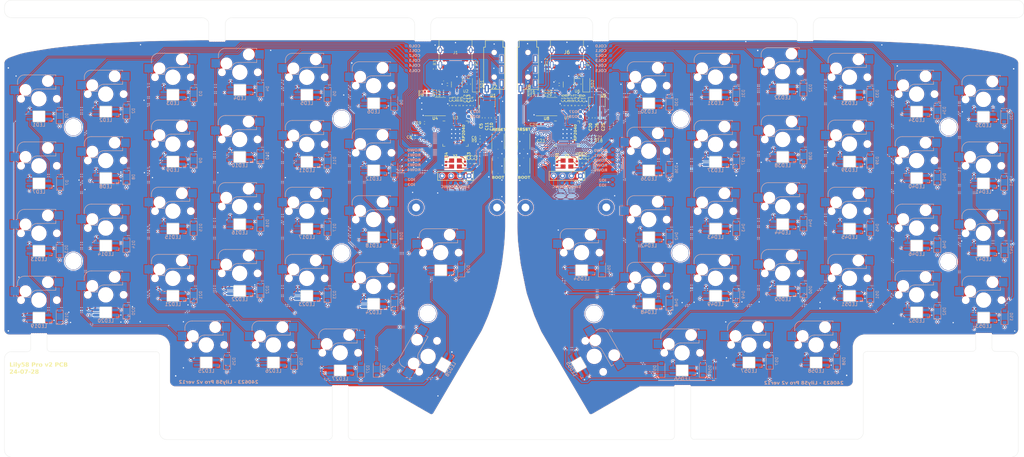
<source format=kicad_pcb>
(kicad_pcb (version 20221018) (generator pcbnew)

  (general
    (thickness 1.6)
  )

  (paper "A3")
  (layers
    (0 "F.Cu" signal)
    (31 "B.Cu" signal)
    (32 "B.Adhes" user "B.Adhesive")
    (33 "F.Adhes" user "F.Adhesive")
    (34 "B.Paste" user)
    (35 "F.Paste" user)
    (36 "B.SilkS" user "B.Silkscreen")
    (37 "F.SilkS" user "F.Silkscreen")
    (38 "B.Mask" user)
    (39 "F.Mask" user)
    (40 "Dwgs.User" user "User.Drawings")
    (41 "Cmts.User" user "User.Comments")
    (42 "Eco1.User" user "User.Eco1")
    (43 "Eco2.User" user "User.Eco2")
    (44 "Edge.Cuts" user)
    (45 "Margin" user)
    (46 "B.CrtYd" user "B.Courtyard")
    (47 "F.CrtYd" user "F.Courtyard")
    (48 "B.Fab" user)
    (49 "F.Fab" user)
  )

  (setup
    (stackup
      (layer "F.SilkS" (type "Top Silk Screen"))
      (layer "F.Paste" (type "Top Solder Paste"))
      (layer "F.Mask" (type "Top Solder Mask") (thickness 0.01))
      (layer "F.Cu" (type "copper") (thickness 0.035))
      (layer "dielectric 1" (type "core") (thickness 1.51) (material "FR4") (epsilon_r 4.5) (loss_tangent 0.02))
      (layer "B.Cu" (type "copper") (thickness 0.035))
      (layer "B.Mask" (type "Bottom Solder Mask") (thickness 0.01))
      (layer "B.Paste" (type "Bottom Solder Paste"))
      (layer "B.SilkS" (type "Bottom Silk Screen"))
      (copper_finish "None")
      (dielectric_constraints no)
    )
    (pad_to_mask_clearance 0.051)
    (solder_mask_min_width 0.25)
    (aux_axis_origin 60 80)
    (pcbplotparams
      (layerselection 0x00010fc_ffffffff)
      (plot_on_all_layers_selection 0x0000000_00000000)
      (disableapertmacros false)
      (usegerberextensions false)
      (usegerberattributes false)
      (usegerberadvancedattributes false)
      (creategerberjobfile false)
      (dashed_line_dash_ratio 12.000000)
      (dashed_line_gap_ratio 3.000000)
      (svgprecision 6)
      (plotframeref false)
      (viasonmask false)
      (mode 1)
      (useauxorigin false)
      (hpglpennumber 1)
      (hpglpenspeed 20)
      (hpglpendiameter 15.000000)
      (dxfpolygonmode true)
      (dxfimperialunits true)
      (dxfusepcbnewfont true)
      (psnegative false)
      (psa4output false)
      (plotreference true)
      (plotvalue true)
      (plotinvisibletext false)
      (sketchpadsonfab false)
      (subtractmaskfromsilk false)
      (outputformat 1)
      (mirror false)
      (drillshape 0)
      (scaleselection 1)
      (outputdirectory "../../../../../Library/CloudStorage/GoogleDrive-yuchi.kbd@gmail.com/マイドライブ/Lily58/Pro_Rev2/gerver_v12_240623/")
    )
  )

  (net 0 "")
  (net 1 "GND")
  (net 2 "GNDA")
  (net 3 "Net-(D1-A)")
  (net 4 "ROW0")
  (net 5 "Net-(D2-A)")
  (net 6 "Net-(D3-A)")
  (net 7 "Net-(D4-A)")
  (net 8 "Net-(D5-A)")
  (net 9 "Net-(D6-A)")
  (net 10 "ROW1")
  (net 11 "Net-(D7-A)")
  (net 12 "Net-(D8-A)")
  (net 13 "Net-(D9-A)")
  (net 14 "Net-(D10-A)")
  (net 15 "Net-(D11-A)")
  (net 16 "Net-(D12-A)")
  (net 17 "ROW2")
  (net 18 "Net-(D13-A)")
  (net 19 "Net-(D14-A)")
  (net 20 "Net-(D15-A)")
  (net 21 "Net-(D16-A)")
  (net 22 "Net-(D17-A)")
  (net 23 "Net-(D18-A)")
  (net 24 "Net-(D19-A)")
  (net 25 "ROW3")
  (net 26 "Net-(D20-A)")
  (net 27 "Net-(D21-A)")
  (net 28 "Net-(D22-A)")
  (net 29 "Net-(D23-A)")
  (net 30 "Net-(D24-A)")
  (net 31 "Net-(D25-A)")
  (net 32 "ROW4")
  (net 33 "Net-(D26-A)")
  (net 34 "Net-(D27-A)")
  (net 35 "Net-(D28-A)")
  (net 36 "Net-(D29-A)")
  (net 37 "Net-(D30-A)")
  (net 38 "Net-(D31-A)")
  (net 39 "Net-(D32-A)")
  (net 40 "Net-(D33-A)")
  (net 41 "Net-(D34-A)")
  (net 42 "ROW1_R")
  (net 43 "Net-(D35-A)")
  (net 44 "Net-(D36-A)")
  (net 45 "Net-(D37-A)")
  (net 46 "Net-(D38-A)")
  (net 47 "Net-(D39-A)")
  (net 48 "Net-(D40-A)")
  (net 49 "ROW2_R")
  (net 50 "Net-(D41-A)")
  (net 51 "Net-(D42-A)")
  (net 52 "Net-(D43-A)")
  (net 53 "Net-(D44-A)")
  (net 54 "Net-(D45-A)")
  (net 55 "Net-(D46-A)")
  (net 56 "ROW3_R")
  (net 57 "Net-(D47-A)")
  (net 58 "Net-(D48-A)")
  (net 59 "Net-(D49-A)")
  (net 60 "Net-(D50-A)")
  (net 61 "Net-(D51-A)")
  (net 62 "Net-(D52-A)")
  (net 63 "ROW4_R")
  (net 64 "Net-(D53-A)")
  (net 65 "Net-(D54-A)")
  (net 66 "Net-(D55-A)")
  (net 67 "Net-(D56-A)")
  (net 68 "Net-(D57-A)")
  (net 69 "VBUS")
  (net 70 "VDC")
  (net 71 "+5V")
  (net 72 "+5VA")
  (net 73 "D+")
  (net 74 "D-")
  (net 75 "COL0")
  (net 76 "COL1")
  (net 77 "COL2")
  (net 78 "COL3")
  (net 79 "COL4")
  (net 80 "COL5")
  (net 81 "COL0_R")
  (net 82 "COL1_R")
  (net 83 "COL2_R")
  (net 84 "COL3_R")
  (net 85 "COL4_R")
  (net 86 "COL5_R")
  (net 87 "USB_BOOT")
  (net 88 "LED")
  (net 89 "Net-(D58-A)")
  (net 90 "SPLIT_HAND_PIN_L")
  (net 91 "SPLIT_HAND_PIN_R")
  (net 92 "Net-(SD1-A)")
  (net 93 "SCL_2")
  (net 94 "SDA_2")
  (net 95 "Net-(SD2-A)")
  (net 96 "unconnected-(H10-Pin_1-Pad1)")
  (net 97 "+1V1")
  (net 98 "+3V3")
  (net 99 "unconnected-(H11-Pin_1-Pad1)")
  (net 100 "+3.3VA")
  (net 101 "ROW0_R")
  (net 102 "unconnected-(H21-Pin_1-Pad1)")
  (net 103 "unconnected-(H22-Pin_1-Pad1)")
  (net 104 "Net-(J1-CC1)")
  (net 105 "unconnected-(J1-SBU1-PadA8)")
  (net 106 "Net-(J1-CC2)")
  (net 107 "unconnected-(J1-SBU2-PadB8)")
  (net 108 "Net-(J6-CC1)")
  (net 109 "unconnected-(J6-SBU1-PadA8)")
  (net 110 "Net-(J6-CC2)")
  (net 111 "unconnected-(J6-SBU2-PadB8)")
  (net 112 "Net-(LED1-DOUT)")
  (net 113 "Net-(LED1-DIN)")
  (net 114 "Net-(LED2-DIN)")
  (net 115 "Net-(LED3-DIN)")
  (net 116 "Net-(LED4-DIN)")
  (net 117 "Net-(LED5-DIN)")
  (net 118 "Net-(LED7-DOUT)")
  (net 119 "Net-(LED8-DOUT)")
  (net 120 "Net-(LED10-DIN)")
  (net 121 "Net-(LED10-DOUT)")
  (net 122 "Net-(LED11-DOUT)")
  (net 123 "Net-(LED12-DOUT)")
  (net 124 "Net-(LED13-DOUT)")
  (net 125 "Net-(LED13-DIN)")
  (net 126 "Net-(LED14-DIN)")
  (net 127 "Net-(LED15-DIN)")
  (net 128 "Net-(LED16-DIN)")
  (net 129 "Net-(LED17-DIN)")
  (net 130 "Net-(LED19-DOUT)")
  (net 131 "Net-(LED20-DOUT)")
  (net 132 "Net-(LED21-DOUT)")
  (net 133 "Net-(LED22-DOUT)")
  (net 134 "Net-(LED23-DOUT)")
  (net 135 "Net-(LED24-DOUT)")
  (net 136 "unconnected-(LED25-DOUT-Pad2)")
  (net 137 "Net-(LED25-DIN)")
  (net 138 "Net-(LED26-DIN)")
  (net 139 "Net-(LED27-DIN)")
  (net 140 "Net-(LED28-DIN)")
  (net 141 "Net-(LED30-DOUT)")
  (net 142 "Net-(LED30-DIN)")
  (net 143 "Net-(LED31-DIN)")
  (net 144 "Net-(LED32-DIN)")
  (net 145 "Net-(LED33-DIN)")
  (net 146 "Net-(LED34-DIN)")
  (net 147 "Net-(LED36-DOUT)")
  (net 148 "Net-(LED37-DOUT)")
  (net 149 "Net-(LED38-DOUT)")
  (net 150 "Net-(LED39-DOUT)")
  (net 151 "Net-(LED40-DOUT)")
  (net 152 "Net-(LED41-DOUT)")
  (net 153 "Net-(LED42-DOUT)")
  (net 154 "Net-(LED42-DIN)")
  (net 155 "Net-(LED43-DIN)")
  (net 156 "Net-(LED44-DIN)")
  (net 157 "Net-(LED45-DIN)")
  (net 158 "Net-(LED46-DIN)")
  (net 159 "Net-(LED48-DOUT)")
  (net 160 "Net-(LED49-DOUT)")
  (net 161 "Net-(LED50-DOUT)")
  (net 162 "Net-(LED51-DOUT)")
  (net 163 "Net-(LED52-DOUT)")
  (net 164 "SWD")
  (net 165 "SWCLK")
  (net 166 "QSPI_SS")
  (net 167 "Reset")
  (net 168 "QSPI_SD3")
  (net 169 "QSPI_SCLK")
  (net 170 "QSPI_SD0")
  (net 171 "QSPI_SD2")
  (net 172 "QSPI_SD1")
  (net 173 "USB_BOOT_R")
  (net 174 "Reset_R")
  (net 175 "RX")
  (net 176 "TX")
  (net 177 "RX_R")
  (net 178 "TX_R")
  (net 179 "D+_R")
  (net 180 "D-_R")
  (net 181 "SWD_R")
  (net 182 "SWCLK_R")
  (net 183 "QSPI_SD3_R")
  (net 184 "QSPI_SCLK_R")
  (net 185 "QSPI_SD0_R")
  (net 186 "QSPI_SD2_R")
  (net 187 "QSPI_SD1_R")
  (net 188 "QSPI_SS_R")
  (net 189 "SDA")
  (net 190 "SCL")
  (net 191 "SCL_R")
  (net 192 "SDA_R")
  (net 193 "Net-(LED53-DOUT)")
  (net 194 "unconnected-(LED54-DOUT-Pad2)")
  (net 195 "Net-(LED54-DIN)")
  (net 196 "Net-(LED55-DIN)")
  (net 197 "Net-(LED56-DIN)")
  (net 198 "Net-(LED57-DIN)")
  (net 199 "Net-(STLED1-A)")
  (net 200 "Net-(U3-USB_DP)")
  (net 201 "Net-(U3-USB_DM)")
  (net 202 "Net-(U3-XOUT)")
  (net 203 "Net-(STLED2-A)")
  (net 204 "Net-(U7-USB_DP)")
  (net 205 "Net-(U7-USB_DM)")
  (net 206 "Net-(U7-XOUT)")
  (net 207 "Net-(R6-Pad1)")
  (net 208 "Net-(R15-Pad1)")
  (net 209 "+1V2")
  (net 210 "IO27")
  (net 211 "IO28")
  (net 212 "IO27_R")
  (net 213 "IO28_R")
  (net 214 "unconnected-(U3-GPIO4-Pad6)")
  (net 215 "Net-(U3-XIN)")
  (net 216 "unconnected-(U3-GPIO16-Pad27)")
  (net 217 "unconnected-(U3-GPIO20-Pad31)")
  (net 218 "unconnected-(U3-GPIO22-Pad34)")
  (net 219 "unconnected-(U3-GPIO23-Pad35)")
  (net 220 "unconnected-(U3-GPIO24-Pad36)")
  (net 221 "unconnected-(U3-GPIO25-Pad37)")
  (net 222 "unconnected-(U3-GPIO26_ADC0-Pad38)")
  (net 223 "unconnected-(U3-GPIO29_ADC3-Pad41)")
  (net 224 "SCL_2_R")
  (net 225 "SDA_2_R")
  (net 226 "unconnected-(U7-GPIO4-Pad6)")
  (net 227 "Net-(U7-XIN)")
  (net 228 "unconnected-(U7-GPIO16-Pad27)")
  (net 229 "unconnected-(U7-GPIO20-Pad31)")
  (net 230 "unconnected-(U7-GPIO22-Pad34)")
  (net 231 "unconnected-(U7-GPIO23-Pad35)")
  (net 232 "unconnected-(U7-GPIO24-Pad36)")
  (net 233 "unconnected-(U7-GPIO25-Pad37)")
  (net 234 "unconnected-(U7-GPIO26_ADC0-Pad38)")
  (net 235 "unconnected-(U7-GPIO29_ADC3-Pad41)")
  (net 236 "Net-(C31-Pad2)")
  (net 237 "Net-(C32-Pad2)")
  (net 238 "Net-(C33-Pad2)")
  (net 239 "Net-(C34-Pad2)")
  (net 240 "LED_R")

  (footprint "yuchi_kbd:MX_Socket" (layer "F.Cu") (at 88.8 125.64))

  (footprint "yuchi_kbd:MX_Socket" (layer "F.Cu") (at 107.9 120.94))

  (footprint "yuchi_kbd:MX_Socket" (layer "F.Cu") (at 69.8 108.09))

  (footprint "yuchi_kbd:MX_Socket" (layer "F.Cu") (at 126.95 100.54))

  (footprint "yuchi_kbd:MX_Socket" (layer "F.Cu") (at 146 101.94))

  (footprint "yuchi_kbd:MX_Socket" (layer "F.Cu") (at 107.9 101.94))

  (footprint "yuchi_kbd:MX_Socket" (layer "F.Cu") (at 126.9 119.64))

  (footprint "yuchi_kbd:MX_Socket" (layer "F.Cu") (at 165 104.34))

  (footprint "yuchi_kbd:MX_Socket" (layer "F.Cu") (at 184.1 151.84))

  (footprint "yuchi_kbd:MX_Socket" (layer "F.Cu") (at 69.8 127.14))

  (footprint "yuchi_kbd:MX_Socket" (layer "F.Cu") (at 146 159.14))

  (footprint "yuchi_kbd:MX_Socket" (layer "F.Cu") (at 69.8 146.34))

  (footprint "yuchi_kbd:MX_Socket" (layer "F.Cu") (at 165 142.44))

  (footprint "yuchi_kbd:MX_Socket" (layer "F.Cu") (at 107.9 159.14))

  (footprint "yuchi_kbd:MX_Socket" (layer "F.Cu") (at 146 140.04))

  (footprint "yuchi_kbd:MX_Socket" (layer "F.Cu") (at 69.8 165.34))

  (footprint "yuchi_kbd:MX_Socket" (layer "F.Cu") (at 126.9 157.74))

  (footprint "yuchi_kbd:MX_Socket" (layer "F.Cu") (at 88.8 144.84))

  (footprint "yuchi_kbd:MX_Socket" (layer "F.Cu") (at 136.5 178.09))

  (footprint "yuchi_kbd:MX_Socket" (layer "F.Cu") (at 126.9 138.74))

  (footprint "yuchi_kbd:MX_Socket" (layer "F.Cu") (at 180.5 181.34 60))

  (footprint "yuchi_kbd:MX_Socket" (layer "F.Cu") (at 88.8 163.84))

  (footprint "yuchi_kbd:MX_Socket" (layer "F.Cu") (at 107.91 140.03))

  (footprint "yuchi_kbd:MX_Socket" (layer "F.Cu") (at 117.4 178.09))

  (footprint "yuchi_kbd:MX_Socket" (layer "F.Cu") (at 155.5 180.34))

  (footprint "yuchi_kbd:MX_Socket" (layer "F.Cu") (at 165 161.44))

  (footprint "yuchi_kbd:MX_Socket" (layer "F.Cu") (at 146 121.04))

  (footprint "yuchi_kbd:MX_Socket" (layer "F.Cu") (at 165 123.44))

  (footprint "Resistor_SMD:R_0402_1005Metric" (layer "F.Cu")
    (tstamp 00000000-0000-0000-0000-00005f7ba52b)
    (at 182.4 99.6 90)
    (descr "Resistor SMD 0402 (1005 Metric), square (rectangular) end terminal, IPC_7351 nominal, (Body size source: IPC-SM-782 page 72, https://www.pcb-3d.com/wordpress/wp-content/uploads/ipc-sm-782a_amendment_1_and_2.pdf), generated with kicad-footprint-generator")
    (tags "resistor")
    (property "Sheetfile" "Pro_V2.kicad_sch")
    (property "Sheetname" "")
    (property "ki_description" "Resistor, small symbol")
    (property "ki_keywords" "R resistor")
    (path "/7b086703-ca3f-415b-97a1-fb284f3eae4c")
    (attr smd)
    (fp_text reference "R3" (at 1.8 0.03 90) (layer "F.SilkS")
        (effects (font (face "Inter Semi Bold") (size 0.8 0.8) (thickness 0.1)))
      (tstamp b9c5d0fb-2df9-4d45-bb37-50585ec3c739)
      (render_cache "R3" 90
        (polygon
          (pts
            (xy 182.762 98.448512)            (xy 182.762 98.30099)            (xy 182.463828 98.30099)            (xy 182.463828 98.150732)
            (xy 182.762 97.990899)            (xy 182.762 97.826182)            (xy 182.439208 98.002427)            (xy 182.435472 97.993567)
            (xy 182.431484 97.984974)            (xy 182.427246 97.976649)            (xy 182.422761 97.968594)            (xy 182.418031 97.960809)
            (xy 182.413061 97.953296)            (xy 182.407852 97.946054)            (xy 182.402407 97.939086)            (xy 182.396729 97.932392)
            (xy 182.390821 97.925972)            (xy 182.384685 97.919828)            (xy 182.378325 97.913961)            (xy 182.371743 97.908371)
            (xy 182.364942 97.903059)            (xy 182.357925 97.898027)            (xy 182.350695 97.893275)            (xy 182.343253 97.888804)
            (xy 182.335604 97.884615)            (xy 182.32775 97.880709)            (xy 182.319693 97.877087)            (xy 182.311437 97.873749)
            (xy 182.302984 97.870697)            (xy 182.294338 97.867931)            (xy 182.2855 97.865453)            (xy 182.276474 97.863263)
            (xy 182.267262 97.861362)            (xy 182.257868 97.859751)            (xy 182.248293 97.858431)            (xy 182.238542 97.857402)
            (xy 182.228616 97.856667)            (xy 182.218518 97.856225)            (xy 182.208252 97.856077)            (xy 182.19382 97.85637)
            (xy 182.179694 97.857248)            (xy 182.165883 97.858709)            (xy 182.152397 97.860749)            (xy 182.139247 97.863366)
            (xy 182.126442 97.866559)            (xy 182.113993 97.870323)            (xy 182.101909 97.874658)            (xy 182.090201 97.879559)
            (xy 182.078878 97.885026)            (xy 182.067951 97.891055)            (xy 182.057429 97.897643)            (xy 182.047323 97.904789)
            (xy 182.037643 97.91249)            (xy 182.028398 97.920743)            (xy 182.019599 97.929545)            (xy 182.011256 97.938895)
            (xy 182.003378 97.94879)            (xy 181.995976 97.959227)            (xy 181.989059 97.970203)            (xy 181.982639 97.981717)
            (xy 181.976724 97.993766)            (xy 181.971325 98.006347)            (xy 181.966452 98.019457)            (xy 181.962114 98.033095)
            (xy 181.958323 98.047257)            (xy 181.955087 98.061942)            (xy 181.952417 98.077147)            (xy 181.950323 98.092868)
            (xy 181.948815 98.109104)            (xy 181.947902 98.125853)            (xy 181.947596 98.143111)            (xy 181.947596 98.448512)
          )
            (pts
              (xy 182.341316 98.30099)              (xy 182.07089 98.30099)              (xy 182.07089 98.165777)              (xy 182.071038 98.155641)
              (xy 182.071479 98.145858)              (xy 182.072212 98.136425)              (xy 182.073234 98.127342)              (xy 182.074541 98.118605)
              (xy 182.076132 98.110213)              (xy 182.078003 98.102164)              (xy 182.080153 98.094455)              (xy 182.085275 98.080051)
              (xy 182.091477 98.066986)              (xy 182.098739 98.055242)              (xy 182.107038 98.044803)              (xy 182.116354 98.035654)
              (xy 182.126665 98.027778)              (xy 182.137951 98.021158)              (xy 182.150189 98.015778)              (xy 182.16336 98.011622)
              (xy 182.177442 98.008674)              (xy 182.192413 98.006917)              (xy 182.200225 98.00648)              (xy 182.208252 98.006335)
              (xy 182.21625 98.00648)              (xy 182.231536 98.007647)              (xy 182.245869 98.009995)              (xy 182.259239 98.01354)
              (xy 182.271638 98.018297)              (xy 182.283055 98.02428)              (xy 182.293482 98.031506)              (xy 182.302909 98.039988)
              (xy 182.311325 98.049743)              (xy 182.318723 98.060786)              (xy 182.325092 98.073131)              (xy 182.330423 98.086795)
              (xy 182.334707 98.101791)              (xy 182.336453 98.109794)              (xy 182.337934 98.118136)              (xy 182.339148 98.126818)
              (xy 182.340095 98.135844)              (xy 182.340772 98.145214)              (xy 182.34118 98.15493)              (xy 182.341316 98.164995)
            )
        )
        (polygon
          (pts
            (xy 182.773137 97.435784)            (xy 182.772847 97.419603)            (xy 182.771984 97.403714)            (xy 182.77056 97.388132)
            (xy 182.768586 97.37287)            (xy 182.766073 97.357944)            (xy 182.763033 97.343369)            (xy 182.759476 97.329158)
            (xy 182.755414 97.315326)            (xy 182.750859 97.301889)            (xy 182.745821 97.288861)            (xy 182.740312 97.276256)
            (xy 182.734342 97.264088)            (xy 182.727925 97.252374)            (xy 182.72107 97.241127)            (xy 182.713788 97.230362)
            (xy 182.706092 97.220093)            (xy 182.697993 97.210336)            (xy 182.689501 97.201104)            (xy 182.680628 97.192413)
            (xy 182.671385 97.184277)            (xy 182.661784 97.17671)            (xy 182.651835 97.169728)            (xy 182.641551 97.163345)
            (xy 182.630942 97.157576)            (xy 182.620019 97.152435)            (xy 182.608795 97.147937)            (xy 182.597279 97.144096)
            (xy 182.585484 97.140927)            (xy 182.573421 97.138446)            (xy 182.5611 97.136665)            (xy 182.548534 97.135601)
            (xy 182.535733 97.135268)            (xy 182.526274 97.135418)            (xy 182.516989 97.13594)            (xy 182.507882 97.136831)
            (xy 182.498959 97.13809)            (xy 182.490225 97.139713)            (xy 182.481685 97.141699)            (xy 182.473344 97.144044)
            (xy 182.465208 97.146747)            (xy 182.457281 97.149805)            (xy 182.449569 97.153215)            (xy 182.442076 97.156975)
            (xy 182.434809 97.161082)            (xy 182.427771 97.165535)            (xy 182.420969 97.170331)            (xy 182.414408 97.175467)
            (xy 182.408092 97.180941)            (xy 182.402026 97.18675)            (xy 182.396217 97.192893)            (xy 182.390668 97.199366)
            (xy 182.385386 97.206167)            (xy 182.380375 97.213293)            (xy 182.375641 97.220744)            (xy 182.371188 97.228514)
            (xy 182.367022 97.236604)            (xy 182.363148 97.245009)            (xy 182.359571 97.253728)            (xy 182.356297 97.262758)
            (xy 182.353329 97.272097)            (xy 182.350675 97.281742)            (xy 182.348338 97.291691)            (xy 182.346323 97.301941)
            (xy 182.344637 97.31249)            (xy 182.338189 97.31249)            (xy 182.336259 97.304314)            (xy 182.334061 97.296311)
            (xy 182.331599 97.288489)            (xy 182.328877 97.280851)            (xy 182.325898 97.273405)            (xy 182.322667 97.266155)
            (xy 182.319186 97.259108)            (xy 182.311491 97.245644)            (xy 182.302844 97.233057)            (xy 182.293273 97.221395)
            (xy 182.282809 97.210701)            (xy 182.27148 97.201022)            (xy 182.259317 97.192402)            (xy 182.246348 97.184889)
            (xy 182.232604 97.178526)            (xy 182.218113 97.17336)            (xy 182.202905 97.169436)            (xy 182.195042 97.167954)
            (xy 182.18701 97.166799)            (xy 182.178814 97.165978)            (xy 182.170458 97.165496)            (xy 182.161944 97.165358)
            (xy 182.150381 97.165631)            (xy 182.138967 97.166518)            (xy 182.127715 97.16801)            (xy 182.11664 97.170097)
            (xy 182.105757 97.172771)            (xy 182.095079 97.176022)            (xy 182.084621 97.179841)            (xy 182.074398 97.18422)
            (xy 182.064423 97.189149)            (xy 182.054712 97.194618)            (xy 182.045278 97.20062)            (xy 182.036135 97.207144)
            (xy 182.027299 97.214183)            (xy 182.018783 97.221726)            (xy 182.010602 97.229764)            (xy 182.002771 97.238289)
            (xy 181.995302 97.247292)            (xy 181.988212 97.256762)            (xy 181.981514 97.266692)            (xy 181.975222 97.277073)
            (xy 181.969351 97.287894)            (xy 181.963916 97.299147)            (xy 181.95893 97.310823)            (xy 181.954407 97.322913)
            (xy 181.950364 97.335408)            (xy 181.946813 97.348298)            (xy 181.943768 97.361575)            (xy 181.941245 97.375229)
            (xy 181.939258 97.389252)            (xy 181.937821 97.403634)            (xy 181.936948 97.418366)            (xy 181.936654 97.433439)
            (xy 181.936928 97.44817)            (xy 181.937745 97.462675)            (xy 181.939095 97.476941)            (xy 181.940967 97.490951)
            (xy 181.943354 97.50469)            (xy 181.946245 97.518143)            (xy 181.94963 97.531295)            (xy 181.953501 97.54413)
            (xy 181.957847 97.556633)            (xy 181.96266 97.568789)            (xy 181.967929 97.580582)            (xy 181.973645 97.591997)
            (xy 181.979799 97.603019)            (xy 181.986382 97.613632)            (xy 181.993382 97.623822)            (xy 182.000792 97.633572)
            (xy 182.008602 97.642867)            (xy 182.016801 97.651693)            (xy 182.025381 97.660034)            (xy 182.034332 97.667874)
            (xy 182.043645 97.675199)            (xy 182.053309 97.681992)            (xy 182.063316 97.688239)            (xy 182.073656 97.693924)
            (xy 182.084319 97.699032)            (xy 182.095297 97.703548)            (xy 182.106578 97.707457)            (xy 182.118155 97.710742)
            (xy 182.130017 97.713389)            (xy 182.142154 97.715382)            (xy 182.154558 97.716707)            (xy 182.167219 97.717347)
            (xy 182.167219 97.575491)            (xy 182.154703 97.574312)            (xy 182.142816 97.571777)            (xy 182.131582 97.567957)
            (xy 182.121027 97.562925)            (xy 182.111175 97.556752)            (xy 182.10205 97.549511)            (xy 182.093678 97.541274)
            (xy 182.086082 97.532113)            (xy 182.079288 97.522101)            (xy 182.073319 97.511308)            (xy 182.068202 97.499809)
            (xy 182.06396 97.487673)            (xy 182.060617 97.474975)            (xy 182.058199 97.461785)            (xy 182.05673 97.448176)
            (xy 182.056235 97.434221)            (xy 182.05677 97.420275)            (xy 182.05835 97.406967)            (xy 182.060942 97.394332)
            (xy 182.064509 97.382408)            (xy 182.069018 97.371231)            (xy 182.074432 97.360839)            (xy 182.080718 97.351269)
            (xy 182.08784 97.342556)            (xy 182.095764 97.33474)            (xy 182.104454 97.327855)            (xy 182.113876 97.321939)
            (xy 182.123994 97.31703)            (xy 182.134775 97.313164)            (xy 182.146182 97.310377)            (xy 182.158181 97.308707)
            (xy 182.170736 97.308191)            (xy 182.183821 97.308804)            (xy 182.196309 97.310754)            (xy 182.208165 97.313994)
            (xy 182.219356 97.318474)            (xy 182.229847 97.324145)            (xy 182.239605 97.330956)            (xy 182.248595 97.338861)
            (xy 182.256783 97.347808)            (xy 182.264136 97.357749)            (xy 182.270618 97.368634)            (xy 182.276197 97.380415)
            (xy 182.280838 97.393041)            (xy 182.284507 97.406465)            (xy 182.28717 97.420636)            (xy 182.288792 97.435506)
            (xy 182.289341 97.451025)            (xy 182.289341 97.52293)            (xy 182.40306 97.52293)            (xy 182.40306 97.451025)
            (xy 182.40321 97.441476)            (xy 182.403658 97.432178)            (xy 182.404396 97.423132)            (xy 182.405421 97.414344)
            (xy 182.406726 97.405816)            (xy 182.408306 97.397552)            (xy 182.410157 97.389556)            (xy 182.412271 97.381831)
            (xy 182.414645 97.37438)            (xy 182.420148 97.360318)            (xy 182.426622 97.347398)            (xy 182.434025 97.335649)
            (xy 182.442312 97.325099)            (xy 182.451441 97.315777)            (xy 182.461368 97.307711)            (xy 182.47205 97.30093)
            (xy 182.483445 97.295464)            (xy 182.495508 97.291339)            (xy 182.508197 97.288586)            (xy 182.521468 97.287232)
            (xy 182.528308 97.287089)            (xy 182.54152 97.287744)            (xy 182.554166 97.289816)            (xy 182.566207 97.293251)
            (xy 182.577602 97.297991)            (xy 182.588313 97.30398)            (xy 182.5983 97.311162)            (xy 182.607522 97.319481)
            (xy 182.615942 97.328879)            (xy 182.623519 97.3393)            (xy 182.630214 97.350689)            (xy 182.635988 97.362989)
            (xy 182.6408 97.376143)            (xy 182.644612 97.390095)            (xy 182.647383 97.404788)            (xy 182.649075 97.420167)
            (xy 182.649504 97.428096)            (xy 182.649648 97.436175)            (xy 182.649153 97.45133)            (xy 182.647688 97.465981)
            (xy 182.645279 97.48007)            (xy 182.641954 97.493535)            (xy 182.637741 97.506318)            (xy 182.632667 97.518359)
            (xy 182.626759 97.529599)            (xy 182.620046 97.539978)            (xy 182.612553 97.549436)            (xy 182.60431 97.557914)
            (xy 182.595343 97.565353)            (xy 182.585681 97.571693)            (xy 182.575349 97.576874)            (xy 182.564377 97.580837)
            (xy 182.55279 97.583522)            (xy 182.540618 97.58487)            (xy 182.540618 97.734542)            (xy 182.553387 97.733811)
            (xy 182.565898 97.732397)            (xy 182.57814 97.730313)            (xy 182.590103 97.727571)            (xy 182.601778 97.724184)
            (xy 182.613156 97.720165)            (xy 182.624227 97.715527)            (xy 182.634981 97.710282)            (xy 182.645409 97.704444)
            (xy 182.655501 97.698025)            (xy 182.665247 97.691038)            (xy 182.674638 97.683496)            (xy 182.683665 97.675411)
            (xy 182.692318 97.666797)            (xy 182.700586 97.657666)            (xy 182.708461 97.648031)            (xy 182.715934 97.637905)
            (xy 182.722993 97.6273)            (xy 182.729631 97.61623)            (xy 182.735837 97.604708)            (xy 182.741601 97.592745)
            (xy 182.746914 97.580355)            (xy 182.751767 97.567551)            (xy 182.75615 97.554345)            (xy 182.760053 97.540751)
            (xy 182.763467 97.526781)            (xy 182.766382 97.512448)            (xy 182.768788 97.497764)            (xy 182.770676 97.482743)
            (xy 182.772037 97.467398)            (xy 182.77286 97.45174)
          )
        )
      )
    )
    (fp_text value "5.1k" (at 0 1.17 90) (layer "F.Fab")
        (effects (font (face "Inter Semi Bold") (size 0.8 0.8) (thickness 0.1)))
      (tstamp b062abfe-043c-4a4e-ad2b-1c0c293e7c41)
      (render_cache "5.1k" 90
        (polygon
          (pts
            (xy 183.913137 100.285246)            (xy 183.912797 100.269262)            (xy 183.911785 100.253595)            (xy 183.910115 100.238258)
            (xy 183.9078 100.223262)            (xy 183.904853 100.208621)            (xy 183.901287 100.194347)            (xy 183.897116 100.180453)
            (xy 183.892352 100.16695)            (xy 183.887009 100.153852)            (xy 183.881099 100.141171)            (xy 183.874637 100.128919)
            (xy 183.867635 100.117109)            (xy 183.860106 100.105754)            (xy 183.852063 100.094865)            (xy 183.843521 100.084456)
            (xy 183.834491 100.074538)            (xy 183.824987 100.065125)            (xy 183.815022 100.056228)            (xy 183.80461 100.047861)
            (xy 183.793763 100.040036)            (xy 183.782495 100.032765)            (xy 183.770819 100.026061)            (xy 183.758748 100.019936)
            (xy 183.746295 100.014402)            (xy 183.733473 100.009473)            (xy 183.720296 100.005161)            (xy 183.706776 100.001478)
            (xy 183.692928 99.998436)            (xy 183.678763 99.996049)            (xy 183.664295 99.994328)            (xy 183.649538 99.993286)
            (xy 183.634505 99.992936)            (xy 183.619944 99.993254)            (xy 183.605652 99.994197)            (xy 183.591642 99.995753)
            (xy 183.577927 99.99791)            (xy 183.564518 100.000654)            (xy 183.55143 100.003973)            (xy 183.538673 100.007854)
            (xy 183.526262 100.012284)            (xy 183.514209 100.017249)            (xy 183.502526 100.022738)            (xy 183.491227 100.028737)
            (xy 183.480323 100.035234)            (xy 183.469827 100.042216)            (xy 183.459753 100.049669)            (xy 183.450112 100.057582)
            (xy 183.440918 100.065941)            (xy 183.432183 100.074733)            (xy 183.423919 100.083945)            (xy 183.416141 100.093565)
            (xy 183.408859 100.10358)            (xy 183.402087 100.113977)            (xy 183.395837 100.124743)            (xy 183.390122 100.135866)
            (xy 183.384956 100.147332)            (xy 183.380349 100.159128)            (xy 183.376316 100.171242)            (xy 183.372869 100.183661)
            (xy 183.370019 100.196372)            (xy 183.367781 100.209362)            (xy 183.366167 100.222619)            (xy 183.365189 100.236129)
            (xy 183.364861 100.24988)            (xy 183.365163 100.262169)            (xy 183.366056 100.274249)            (xy 183.367513 100.28609)
            (xy 183.36951 100.297663)            (xy 183.372025 100.308937)            (xy 183.375031 100.319882)            (xy 183.378505 100.330468)
            (xy 183.382422 100.340665)            (xy 183.386758 100.350443)            (xy 183.391489 100.359772)            (xy 183.39659 100.368622)
            (xy 183.402037 100.376963)            (xy 183.407806 100.384764)            (xy 183.413873 100.391996)            (xy 183.420212 100.398629)
            (xy 183.426801 100.404632)            (xy 183.426801 100.409322)            (xy 183.21089 100.385874)            (xy 183.21089 100.035532)
            (xy 183.087596 100.035532)            (xy 183.087596 100.507996)            (xy 183.507694 100.550592)            (xy 183.529578 100.417333)
            (xy 183.521332 100.408972)            (xy 183.516152 100.40276)            (xy 183.511246 100.396081)            (xy 183.506628 100.388975)
            (xy 183.502315 100.381481)            (xy 183.498321 100.373638)            (xy 183.494664 100.365484)            (xy 183.491358 100.35706)
            (xy 183.48842 100.348403)            (xy 183.485864 100.339552)            (xy 183.483708 100.330547)            (xy 183.481966 100.321426)
            (xy 183.480654 100.312228)            (xy 183.479789 100.302993)            (xy 183.479385 100.293759)            (xy 183.479362 100.289154)
            (xy 183.479589 100.280857)            (xy 183.480195 100.272712)            (xy 183.48117 100.264727)            (xy 183.482509 100.25691)
            (xy 183.484203 100.249267)            (xy 183.48863 100.234536)            (xy 183.494393 100.220591)            (xy 183.501435 100.207492)
            (xy 183.509697 100.195298)            (xy 183.519123 100.184066)            (xy 183.529653 100.173856)            (xy 183.541231 100.164726)
            (xy 183.553798 100.156736)            (xy 183.567297 100.149943)            (xy 183.58167 100.144406)            (xy 183.589166 100.142128)
            (xy 183.596859 100.140185)            (xy 183.604741 100.138586)            (xy 183.612806 100.137337)            (xy 183.621046 100.136447)
            (xy 183.629454 100.135922)            (xy 183.638022 100.13577)            (xy 183.64648 100.135917)            (xy 183.654778 100.136427)
            (xy 183.662908 100.137292)            (xy 183.670864 100.138506)            (xy 183.678638 100.140061)            (xy 183.686223 100.141951)
            (xy 183.700798 100.146706)            (xy 183.714533 100.152713)            (xy 183.727371 100.159915)            (xy 183.739255 100.168257)
            (xy 183.750129 100.177682)            (xy 183.759936 100.188132)            (xy 183.768619 100.199551)            (xy 183.776122 100.211883)
            (xy 183.782388 100.225071)            (xy 183.78736 100.239058)            (xy 183.790981 100.253787)            (xy 183.793196 100.269202)
            (xy 183.793758 100.277149)            (xy 183.793946 100.285246)            (xy 183.793408 100.298879)            (xy 183.791818 100.312115)
            (xy 183.789214 100.324896)            (xy 183.785636 100.337163)            (xy 183.781121 100.348859)            (xy 183.775708 100.359926)
            (xy 183.769436 100.370306)            (xy 183.762341 100.379939)            (xy 183.754464 100.388769)            (xy 183.745842 100.396737)
            (xy 183.736514 100.403786)            (xy 183.726517 100.409856)            (xy 183.715891 100.41489)            (xy 183.704673 100.41883)
            (xy 183.692903 100.421618)            (xy 183.680618 100.423195)            (xy 183.680618 100.566419)            (xy 183.693181 100.56572)
            (xy 183.705511 100.564364)            (xy 183.717598 100.562366)            (xy 183.72943 100.559739)            (xy 183.740996 100.556495)
            (xy 183.752286 100.552649)            (xy 183.763288 100.548214)            (xy 183.773992 100.543203)            (xy 183.784387 100.537631)
            (xy 183.794462 100.531509)            (xy 183.804206 100.524852)            (xy 183.813608 100.517674)            (xy 183.822658 100.509987)
            (xy 183.831344 100.501805)            (xy 183.839656 100.493142)            (xy 183.847582 100.484011)            (xy 183.855113 100.474426)
            (xy 183.862236 100.464399)            (xy 183.868942 100.453945)            (xy 183.875218 100.443076)            (xy 183.881055 100.431807)
            (xy 183.886442 100.42015)            (xy 183.891367 100.40812)            (xy 183.89582 100.39573)            (xy 183.89979 100.382992)
            (xy 183.903266 100.369921)            (xy 183.906237 100.35653)            (xy 183.908692 100.342833)            (xy 183.91062 100.328842)
            (xy 183.912011 100.314572)            (xy 183.912854 100.300035)
          )
        )
        (polygon
          (pts
            (xy 183.910792 99.797347)            (xy 183.910344 99.78864)            (xy 183.909027 99.780138)            (xy 183.906884 99.771888)
            (xy 183.90396 99.76394)            (xy 183.900295 99.756343)            (xy 183.895934 99.749145)            (xy 183.890919 99.742394)
            (xy 183.885293 99.73614)            (xy 183.8791 99.73043)            (xy 183.872381 99.725314)            (xy 183.865181 99.720841)
            (xy 183.857541 99.717058)            (xy 183.849506 99.714015)            (xy 183.841117 99.71176)            (xy 183.832417 99.710342)
            (xy 183.823451 99.70981)            (xy 183.814588 99.710342)            (xy 183.805979 99.71176)            (xy 183.797668 99.714015)
            (xy 183.7897 99.717058)            (xy 183.782117 99.720841)            (xy 183.774964 99.725314)            (xy 183.768284 99.73043)
            (xy 183.762122 99.73614)            (xy 183.75652 99.742394)            (xy 183.751523 99.749145)            (xy 183.747175 99.756343)
            (xy 183.743519 99.76394)            (xy 183.7406 99.771888)            (xy 183.73846 99.780138)            (xy 183.737144 99.78864)
            (xy 183.736696 99.797347)            (xy 183.737144 99.80632)            (xy 183.73846 99.815037)            (xy 183.7406 99.823453)
            (xy 183.743519 99.831522)            (xy 183.747175 99.839201)            (xy 183.751523 99.846442)            (xy 183.75652 99.853201)
            (xy 183.762122 99.859433)            (xy 183.768284 99.865093)            (xy 183.774964 99.870135)            (xy 183.782117 99.874514)
            (xy 183.7897 99.878185)            (xy 183.797668 99.881103)            (xy 183.805979 99.883222)            (xy 183.814588 99.884497)
            (xy 183.823451 99.884883)            (xy 183.832417 99.884497)            (xy 183.841117 99.883222)            (xy 183.849506 99.881103)
            (xy 183.857541 99.878185)            (xy 183.865181 99.874514)            (xy 183.872381 99.870135)            (xy 183.8791 99.865093)
            (xy 183.885293 99.859433)            (xy 183.890919 99.853201)            (xy 183.895934 99.846442)            (xy 183.900295 99.839201)
            (xy 183.90396 99.831522)            (xy 183.906884 99.823453)            (xy 183.909027 99.815037)            (xy 183.910344 99.80632)
          )
        )
        (polygon
          (pts
            (xy 183.087596 99.331331)            (xy 183.087596 99.471625)            (xy 183.217729 99.674053)            (xy 183.352942 99.674053)
            (xy 183.231211 99.483544)            (xy 183.231211 99.478854)            (xy 183.902 99.478854)            (xy 183.902 99.331331)
          )
        )
        (polygon
          (pts
            (xy 183.902 99.122455)            (xy 183.902 98.978449)            (xy 183.696836 98.978449)            (xy 183.640757 98.926084)
            (xy 183.902 98.739091)            (xy 183.902 98.566949)            (xy 183.554979 98.817444)            (xy 183.291197 98.580822)
            (xy 183.291197 98.749056)            (xy 183.536612 98.968484)            (xy 183.536612 98.978449)            (xy 183.087596 98.978449)
            (xy 183.087596 99.122455)
          )
        )
      )
    )
    (fp_text user "${REFERENCE}" (at 0 0 90) (layer "F.Fab")
        (effects (font (face "Inter Semi Bold") (size 0.26 0.26) (thickness 0.04)))
      (tstamp 589f7efb-4f53-4b6c-8662-bbcfff228bea)
      (render_cache "R3" 90
        (polygon
          (pts
            (xy 182.5079 99.810766)            (xy 182.5079 99.762821)            (xy 182.410994 99.762821)            (xy 182.410994 99.713987)
            (xy 182.5079 99.662041)            (xy 182.5079 99.608508)            (xy 182.402992 99.665788)            (xy 182.401778 99.662908)
            (xy 182.400482 99.660116)            (xy 182.399105 99.65741)            (xy 182.397647 99.654792)            (xy 182.39611 99.652262)
            (xy 182.394494 99.64982)            (xy 182.392801 99.647467)            (xy 182.391032 99.645202)            (xy 182.389187 99.643026)
            (xy 182.387266 99.64094)            (xy 182.385272 99.638943)            (xy 182.383205 99.637036)            (xy 182.381066 99.63522)
            (xy 182.378856 99.633493)            (xy 182.376575 99.631858)            (xy 182.374225 99.630314)            (xy 182.371807 99.628861)
            (xy 182.369321 99.627499)            (xy 182.366768 99.62623)            (xy 182.36415 99.625052)            (xy 182.361467 99.623968)
            (xy 182.35872 99.622976)            (xy 182.355909 99.622077)            (xy 182.353037 99.621271)            (xy 182.350104 99.62056)
            (xy 182.34711 99.619942)            (xy 182.344057 99.619418)            (xy 182.340945 99.618989)            (xy 182.337776 99.618655)
            (xy 182.33455 99.618416)            (xy 182.331268 99.618272)            (xy 182.327932 99.618224)            (xy 182.323241 99.618319)
            (xy 182.31865 99.618605)            (xy 182.314161 99.619079)            (xy 182.309779 99.619743)            (xy 182.305505 99.620593)
            (xy 182.301343 99.621631)            (xy 182.297297 99.622854)            (xy 182.29337 99.624263)            (xy 182.289565 99.625856)
            (xy 182.285885 99.627633)            (xy 182.282334 99.629592)            (xy 182.278914 99.631733)            (xy 182.27563 99.634056)
            (xy 182.272484 99.636558)            (xy 182.269479 99.639241)            (xy 182.266619 99.642101)            (xy 182.263908 99.64514)
            (xy 182.261347 99.648356)            (xy 182.258942 99.651748)            (xy 182.256694 99.655315)            (xy 182.254607 99.659057)
            (xy 182.252685 99.662973)            (xy 182.25093 99.667062)            (xy 182.249346 99.671323)            (xy 182.247937 99.675755)
            (xy 182.246705 99.680358)            (xy 182.245653 99.68513)            (xy 182.244785 99.690072)            (xy 182.244105 99.695181)
            (xy 182.243614 99.700458)            (xy 182.243318 99.705901)            (xy 182.243218 99.71151)            (xy 182.243218 99.810766)
          )
            (pts
              (xy 182.371177 99.762821)              (xy 182.283289 99.762821)              (xy 182.283289 99.718877)              (xy 182.283337 99.715582)
              (xy 182.28348 99.712403)              (xy 182.283719 99.709337)              (xy 182.284051 99.706385)              (xy 182.284476 99.703546)
              (xy 182.284993 99.700818)              (xy 182.285601 99.698202)              (xy 182.286299 99.695697)              (xy 182.287964 99.691016)
              (xy 182.28998 99.68677)              (xy 182.29234 99.682953)              (xy 182.295037 99.67956)              (xy 182.298065 99.676587)
              (xy 182.301416 99.674027)              (xy 182.305084 99.671875)              (xy 182.309061 99.670127)              (xy 182.313342 99.668776)
              (xy 182.317918 99.667818)              (xy 182.322784 99.667247)              (xy 182.325323 99.667105)              (xy 182.327932 99.667058)
              (xy 182.330531 99.667105)              (xy 182.335499 99.667484)              (xy 182.340157 99.668248)              (xy 182.344502 99.6694)
              (xy 182.348532 99.670946)              (xy 182.352243 99.67289)              (xy 182.355631 99.675238)              (xy 182.358695 99.677995)
              (xy 182.36143 99.681166)              (xy 182.363835 99.684755)              (xy 182.365905 99.688767)              (xy 182.367637 99.693207)
              (xy 182.36903 99.698081)              (xy 182.369597 99.700682)              (xy 182.370078 99.703393)              (xy 182.370473 99.706215)
              (xy 182.37078 99.709148)              (xy 182.371001 99.712194)              (xy 182.371133 99.715352)              (xy 182.371177 99.718623)
            )
        )
        (polygon
          (pts
            (xy 182.511519 99.481629)            (xy 182.511425 99.47637)            (xy 182.511145 99.471206)            (xy 182.510682 99.466142)
            (xy 182.51004 99.461182)            (xy 182.509223 99.456331)            (xy 182.508235 99.451594)            (xy 182.507079 99.446975)
            (xy 182.505759 99.44248)            (xy 182.504279 99.438113)            (xy 182.502641 99.433879)            (xy 182.500851 99.429782)
            (xy 182.498911 99.425828)            (xy 182.496825 99.422021)            (xy 182.494597 99.418365)            (xy 182.492231 99.414867)
            (xy 182.48973 99.411529)            (xy 182.487097 99.408358)            (xy 182.484337 99.405358)            (xy 182.481454 99.402533)
            (xy 182.47845 99.399889)            (xy 182.475329 99.39743)            (xy 182.472096 99.395161)            (xy 182.468754 99.393086)
            (xy 182.465306 99.391211)            (xy 182.461756 99.389541)            (xy 182.458108 99.388079)            (xy 182.454365 99.38683)
            (xy 182.450532 99.385801)            (xy 182.446611 99.384994)            (xy 182.442607 99.384415)            (xy 182.438523 99.38407)
            (xy 182.434363 99.383961)            (xy 182.431289 99.38401)            (xy 182.428271 99.38418)            (xy 182.425311 99.384469)
            (xy 182.422411 99.384878)            (xy 182.419573 99.385406)            (xy 182.416797 99.386051)            (xy 182.414087 99.386814)
            (xy 182.411442 99.387692)            (xy 182.408866 99.388686)            (xy 182.406359 99.389794)            (xy 182.403924 99.391016)
            (xy 182.401562 99.392351)            (xy 182.399275 99.393798)            (xy 182.397065 99.395357)            (xy 182.394932 99.397026)
            (xy 182.392879 99.398805)            (xy 182.390908 99.400693)            (xy 182.38902 99.402689)            (xy 182.387217 99.404793)
            (xy 182.3855 99.407003)            (xy 182.383872 99.40932)            (xy 182.382333 99.411741)            (xy 182.380886 99.414266)
            (xy 182.379532 99.416895)            (xy 182.378273 99.419627)            (xy 182.37711 99.422461)            (xy 182.376046 99.425396)
            (xy 182.375082 99.428431)            (xy 182.374219 99.431565)            (xy 182.373459 99.434799)            (xy 182.372805 99.43813)
            (xy 182.372257 99.441558)            (xy 182.370161 99.441558)            (xy 182.369534 99.438901)            (xy 182.36882 99.4363)
            (xy 182.368019 99.433758)            (xy 182.367135 99.431276)            (xy 182.366167 99.428856)            (xy 182.365116 99.4265)
            (xy 182.363985 99.424209)            (xy 182.361484 99.419833)            (xy 182.358674 99.415743)            (xy 182.355563 99.411952)
            (xy 182.352163 99.408477)            (xy 182.348481 99.405331)            (xy 182.344528 99.40253)            (xy 182.340313 99.400088)
            (xy 182.335846 99.39802)            (xy 182.331136 99.396341)            (xy 182.326194 99.395066)            (xy 182.323638 99.394584)
            (xy 182.321028 99.394209)            (xy 182.318364 99.393942)            (xy 182.315648 99.393785)            (xy 182.312881 99.393741)
            (xy 182.309123 99.393829)            (xy 182.305414 99.394118)            (xy 182.301757 99.394602)            (xy 182.298158 99.395281)
            (xy 182.294621 99.39615)            (xy 182.29115 99.397206)            (xy 182.287752 99.398448)            (xy 182.284429 99.399871)
            (xy 182.281187 99.401472)            (xy 182.278031 99.40325)            (xy 182.274965 99.405201)            (xy 182.271994 99.407321)
            (xy 182.269122 99.409609)            (xy 182.266354 99.41206)            (xy 182.263695 99.414672)            (xy 182.26115 99.417443)
            (xy 182.258723 99.420369)            (xy 182.256419 99.423447)            (xy 182.254242 99.426674)            (xy 182.252197 99.430048)
            (xy 182.250289 99.433565)            (xy 182.248522 99.437222)            (xy 182.246902 99.441017)            (xy 182.245432 99.444946)
            (xy 182.244118 99.449007)            (xy 182.242964 99.453196)            (xy 182.241974 99.457511)            (xy 182.241154 99.461949)
            (xy 182.240509 99.466506)            (xy 182.240042 99.47118)            (xy 182.239758 99.475968)            (xy 182.239662 99.480867)
            (xy 182.239751 99.485654)            (xy 182.240017 99.490369)            (xy 182.240455 99.495005)            (xy 182.241064 99.499558)
            (xy 182.24184 99.504023)            (xy 182.242779 99.508396)            (xy 182.243879 99.51267)            (xy 182.245137 99.516841)
            (xy 182.24655 99.520905)            (xy 182.248114 99.524856)            (xy 182.249827 99.528688)            (xy 182.251684 99.532398)
            (xy 182.253684 99.53598)            (xy 182.255824 99.53943)            (xy 182.258099 99.542741)            (xy 182.260507 99.54591)
            (xy 182.263045 99.548931)            (xy 182.26571 99.551799)            (xy 182.268499 99.55451)            (xy 182.271408 99.557058)
            (xy 182.274434 99.559439)            (xy 182.277575 99.561647)            (xy 182.280827 99.563677)            (xy 182.284188 99.565525)
            (xy 182.287653 99.567185)            (xy 182.291221 99.568652)            (xy 182.294888 99.569923)            (xy 182.29865 99.57099)
            (xy 182.302505 99.571851)            (xy 182.30645 99.572498)            (xy 182.310481 99.572929)            (xy 182.314596 99.573137)
            (xy 182.314596 99.527034)            (xy 182.310528 99.526651)            (xy 182.306665 99.525827)            (xy 182.303014 99.524585)
            (xy 182.299583 99.52295)            (xy 182.296381 99.520944)            (xy 182.293416 99.51859)            (xy 182.290695 99.515913)
            (xy 182.288226 99.512936)            (xy 182.286018 99.509682)            (xy 182.284078 99.506174)            (xy 182.282415 99.502437)
            (xy 182.281037 99.498493)            (xy 182.27995 99.494366)            (xy 182.279164 99.490079)            (xy 182.278687 99.485656)
            (xy 182.278526 99.481121)            (xy 182.2787 99.476589)            (xy 182.279214 99.472263)            (xy 182.280056 99.468157)
            (xy 182.281
... [20218565 chars truncated]
</source>
